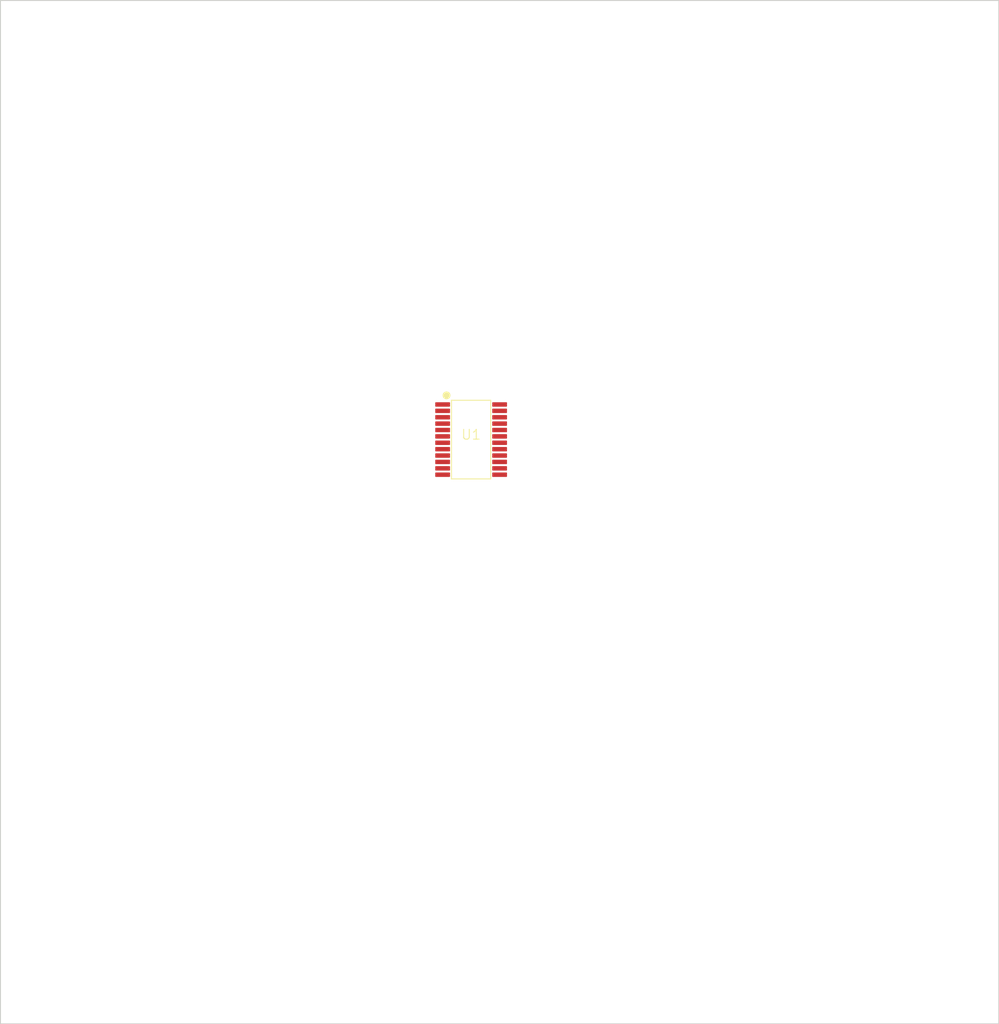
<source format=kicad_pcb>
(kicad_pcb (version 20221018) (generator pcbnew)
  (layers (0 "F.Cu" signal) (31 "B.Cu" signal) (34 "B.Paste" user) (35 "F.Paste" user) (36 "B.SilkS" user "B.Silkscreen") (37 "F.SilkS" user "F.Silkscreen") (38 "B.Mask" user) (39 "F.Mask" user) (44 "Edge.Cuts" user))
  (net 0 "")
  (footprint "full bridge smps:UCC28950" (layer "F.Cu") (at 111.4 92.945)
    (fp_text reference "U1" (at 0 -0.5 unlocked) (layer "F.SilkS") (effects (font (thickness 0.1))))
    (fp_text value "UCC28950PW")
    (fp_line (start -2 -4) (end 2 -4) (stroke (width 0.1)) (layer "F.SilkS"))
    (fp_line (start -2 4) (end -2 -4) (stroke (width 0.1)) (layer "F.SilkS"))
    (fp_line (start 2 -4) (end 2 4) (stroke (width 0.1)) (layer "F.SilkS"))
    (fp_line (start 2 4) (end -2 4) (stroke (width 0.1)) (layer "F.SilkS"))
    (fp_circle (center -2.5 -4.5) (end -2.3 -4.5) (stroke (width 0.4)) (fill none) (layer "F.SilkS"))
    (pad "1" smd roundrect (at -2.9 -3.575) (size 1.5 0.45) (layers "F.Cu" "F.Paste" "F.Mask") (roundrect_rratio 0.1111111111))
    (pad "2" smd roundrect (at -2.9 -2.925) (size 1.5 0.45) (layers "F.Cu" "F.Paste" "F.Mask") (roundrect_rratio 0.1111111111))
    (pad "3" smd roundrect (at -2.9 -2.275) (size 1.5 0.45) (layers "F.Cu" "F.Paste" "F.Mask") (roundrect_rratio 0.1111111111))
    (pad "4" smd roundrect (at -2.9 -1.625) (size 1.5 0.45) (layers "F.Cu" "F.Paste" "F.Mask") (roundrect_rratio 0.1111111111))
    (pad "5" smd roundrect (at -2.9 -0.975) (size 1.5 0.45) (layers "F.Cu" "F.Paste" "F.Mask") (roundrect_rratio 0.1111111111))
    (pad "6" smd roundrect (at -2.9 -0.325) (size 1.5 0.45) (layers "F.Cu" "F.Paste" "F.Mask") (roundrect_rratio 0.1111111111))
    (pad "7" smd roundrect (at -2.9 0.325) (size 1.5 0.45) (layers "F.Cu" "F.Paste" "F.Mask") (roundrect_rratio 0.1111111111))
    (pad "8" smd roundrect (at -2.9 0.975) (size 1.5 0.45) (layers "F.Cu" "F.Paste" "F.Mask") (roundrect_rratio 0.1111111111))
    (pad "9" smd roundrect (at -2.9 1.625) (size 1.5 0.45) (layers "F.Cu" "F.Paste" "F.Mask") (roundrect_rratio 0.1111111111))
    (pad "10" smd roundrect (at -2.9 2.275) (size 1.5 0.45) (layers "F.Cu" "F.Paste" "F.Mask") (roundrect_rratio 0.1111111111))
    (pad "11" smd roundrect (at -2.9 2.925) (size 1.5 0.45) (layers "F.Cu" "F.Paste" "F.Mask") (roundrect_rratio 0.1111111111))
    (pad "12" smd roundrect (at -2.9 3.575) (size 1.5 0.45) (layers "F.Cu" "F.Paste" "F.Mask") (roundrect_rratio 0.1111111111))
    (pad "13" smd roundrect (at 2.9 3.575) (size 1.5 0.45) (layers "F.Cu" "F.Paste" "F.Mask") (roundrect_rratio 0.1111111111))
    (pad "14" smd roundrect (at 2.9 2.925) (size 1.5 0.45) (layers "F.Cu" "F.Paste" "F.Mask") (roundrect_rratio 0.1111111111))
    (pad "15" smd roundrect (at 2.9 2.275) (size 1.5 0.45) (layers "F.Cu" "F.Paste" "F.Mask") (roundrect_rratio 0.1111111111))
    (pad "16" smd roundrect (at 2.9 1.625) (size 1.5 0.45) (layers "F.Cu" "F.Paste" "F.Mask") (roundrect_rratio 0.1111111111))
    (pad "17" smd roundrect (at 2.9 0.975) (size 1.5 0.45) (layers "F.Cu" "F.Paste" "F.Mask") (roundrect_rratio 0.1111111111))
    (pad "18" smd roundrect (at 2.9 0.325) (size 1.5 0.45) (layers "F.Cu" "F.Paste" "F.Mask") (roundrect_rratio 0.1111111111))
    (pad "19" smd roundrect (at 2.9 -0.325) (size 1.5 0.45) (layers "F.Cu" "F.Paste" "F.Mask") (roundrect_rratio 0.1111111111))
    (pad "20" smd roundrect (at 2.9 -0.975) (size 1.5 0.45) (layers "F.Cu" "F.Paste" "F.Mask") (roundrect_rratio 0.1111111111))
    (pad "21" smd roundrect (at 2.9 -1.625) (size 1.5 0.45) (layers "F.Cu" "F.Paste" "F.Mask") (roundrect_rratio 0.1111111111))
    (pad "22" smd roundrect (at 2.9 -2.275) (size 1.5 0.45) (layers "F.Cu" "F.Paste" "F.Mask") (roundrect_rratio 0.1111111111))
    (pad "23" smd roundrect (at 2.9 -2.925) (size 1.5 0.45) (layers "F.Cu" "F.Paste" "F.Mask") (roundrect_rratio 0.1111111111))
    (pad "24" smd roundrect (at 2.9 -3.575) (size 1.5 0.45) (layers "F.Cu" "F.Paste" "F.Mask") (roundrect_rratio 0.1111111111))
  )
  (gr_rect (start 63.5 48.26) (end 165.1 152.4) (stroke (width 0.1)) (fill none) (layer "Edge.Cuts"))
)
</source>
